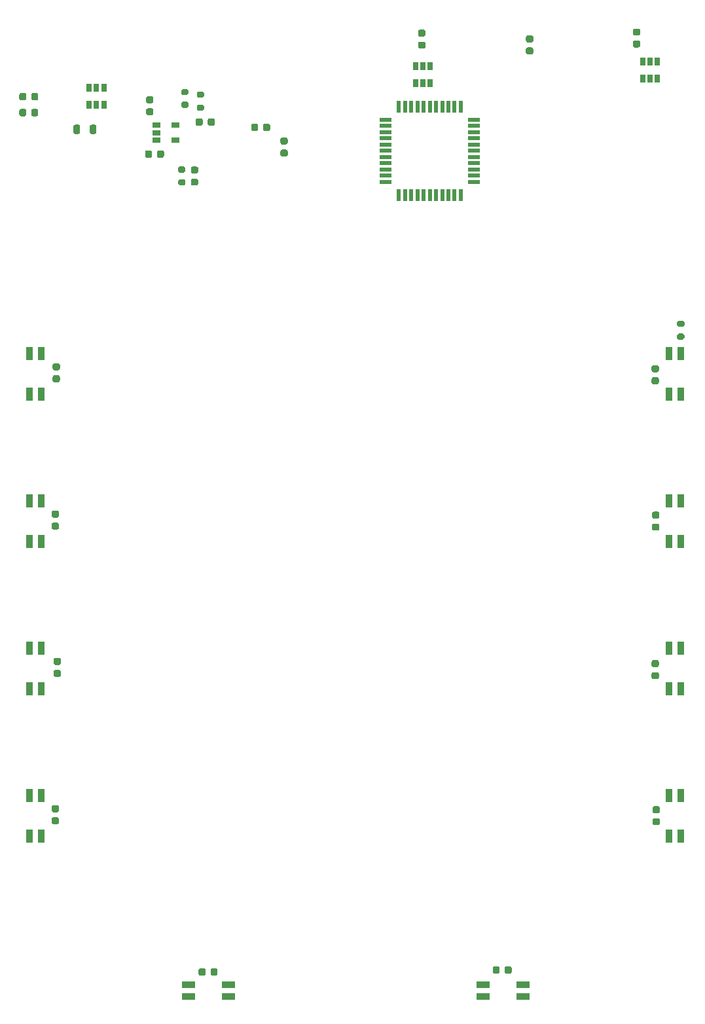
<source format=gbr>
%TF.GenerationSoftware,KiCad,Pcbnew,(5.1.8)-1*%
%TF.CreationDate,2021-08-19T19:14:59+10:00*%
%TF.ProjectId,Macropad,4d616372-6f70-4616-942e-6b696361645f,rev?*%
%TF.SameCoordinates,Original*%
%TF.FileFunction,Paste,Top*%
%TF.FilePolarity,Positive*%
%FSLAX46Y46*%
G04 Gerber Fmt 4.6, Leading zero omitted, Abs format (unit mm)*
G04 Created by KiCad (PCBNEW (5.1.8)-1) date 2021-08-19 19:14:59*
%MOMM*%
%LPD*%
G01*
G04 APERTURE LIST*
%ADD10R,0.820000X1.800000*%
%ADD11R,1.800000X0.820000*%
%ADD12R,0.650000X1.060000*%
%ADD13R,1.500000X0.550000*%
%ADD14R,0.550000X1.500000*%
%ADD15R,1.000000X0.700000*%
G04 APERTURE END LIST*
D10*
%TO.C,D50*%
X46049500Y-110169000D03*
X47549500Y-110169000D03*
X47549500Y-104969000D03*
X46049500Y-104969000D03*
%TD*%
%TO.C,D49*%
X130290000Y-162119000D03*
X128790000Y-162119000D03*
X128790000Y-167319000D03*
X130290000Y-167319000D03*
%TD*%
%TO.C,D48*%
X46049500Y-129219000D03*
X47549500Y-129219000D03*
X47549500Y-124019000D03*
X46049500Y-124019000D03*
%TD*%
%TO.C,D47*%
X130290000Y-143069000D03*
X128790000Y-143069000D03*
X128790000Y-148269000D03*
X130290000Y-148269000D03*
%TD*%
%TO.C,D42*%
X46049500Y-148269000D03*
X47549500Y-148269000D03*
X47549500Y-143069000D03*
X46049500Y-143069000D03*
%TD*%
%TO.C,D41*%
X130290000Y-124019000D03*
X128790000Y-124019000D03*
X128790000Y-129219000D03*
X130290000Y-129219000D03*
%TD*%
%TO.C,D36*%
X46049500Y-167319000D03*
X47549500Y-167319000D03*
X47549500Y-162119000D03*
X46049500Y-162119000D03*
%TD*%
%TO.C,D35*%
X130290000Y-104969000D03*
X128790000Y-104969000D03*
X128790000Y-110169000D03*
X130290000Y-110169000D03*
%TD*%
D11*
%TO.C,D30*%
X71815000Y-188075000D03*
X71815000Y-186575000D03*
X66615000Y-186575000D03*
X66615000Y-188075000D03*
%TD*%
%TO.C,D24*%
X109915000Y-188075000D03*
X109915000Y-186575000D03*
X104715000Y-186575000D03*
X104715000Y-188075000D03*
%TD*%
%TO.C,C30*%
G36*
G01*
X69121200Y-75256200D02*
X69121200Y-74756200D01*
G75*
G02*
X69346200Y-74531200I225000J0D01*
G01*
X69796200Y-74531200D01*
G75*
G02*
X70021200Y-74756200I0J-225000D01*
G01*
X70021200Y-75256200D01*
G75*
G02*
X69796200Y-75481200I-225000J0D01*
G01*
X69346200Y-75481200D01*
G75*
G02*
X69121200Y-75256200I0J225000D01*
G01*
G37*
G36*
G01*
X67571200Y-75256200D02*
X67571200Y-74756200D01*
G75*
G02*
X67796200Y-74531200I225000J0D01*
G01*
X68246200Y-74531200D01*
G75*
G02*
X68471200Y-74756200I0J-225000D01*
G01*
X68471200Y-75256200D01*
G75*
G02*
X68246200Y-75481200I-225000J0D01*
G01*
X67796200Y-75481200D01*
G75*
G02*
X67571200Y-75256200I0J225000D01*
G01*
G37*
%TD*%
%TO.C,C16*%
G36*
G01*
X62567400Y-79396400D02*
X62567400Y-78896400D01*
G75*
G02*
X62792400Y-78671400I225000J0D01*
G01*
X63242400Y-78671400D01*
G75*
G02*
X63467400Y-78896400I0J-225000D01*
G01*
X63467400Y-79396400D01*
G75*
G02*
X63242400Y-79621400I-225000J0D01*
G01*
X62792400Y-79621400D01*
G75*
G02*
X62567400Y-79396400I0J225000D01*
G01*
G37*
G36*
G01*
X61017400Y-79396400D02*
X61017400Y-78896400D01*
G75*
G02*
X61242400Y-78671400I225000J0D01*
G01*
X61692400Y-78671400D01*
G75*
G02*
X61917400Y-78896400I0J-225000D01*
G01*
X61917400Y-79396400D01*
G75*
G02*
X61692400Y-79621400I-225000J0D01*
G01*
X61242400Y-79621400D01*
G75*
G02*
X61017400Y-79396400I0J225000D01*
G01*
G37*
%TD*%
D12*
%TO.C,U8*%
X126339600Y-69383000D03*
X127289600Y-69383000D03*
X125389600Y-69383000D03*
X125389600Y-67183000D03*
X126339600Y-67183000D03*
X127289600Y-67183000D03*
%TD*%
%TO.C,U6*%
X96926400Y-67810200D03*
X95976400Y-67810200D03*
X97876400Y-67810200D03*
X97876400Y-70010200D03*
X96926400Y-70010200D03*
X95976400Y-70010200D03*
%TD*%
%TO.C,C14*%
G36*
G01*
X49153000Y-125254000D02*
X49653000Y-125254000D01*
G75*
G02*
X49878000Y-125479000I0J-225000D01*
G01*
X49878000Y-125929000D01*
G75*
G02*
X49653000Y-126154000I-225000J0D01*
G01*
X49153000Y-126154000D01*
G75*
G02*
X48928000Y-125929000I0J225000D01*
G01*
X48928000Y-125479000D01*
G75*
G02*
X49153000Y-125254000I225000J0D01*
G01*
G37*
G36*
G01*
X49153000Y-126804000D02*
X49653000Y-126804000D01*
G75*
G02*
X49878000Y-127029000I0J-225000D01*
G01*
X49878000Y-127479000D01*
G75*
G02*
X49653000Y-127704000I-225000J0D01*
G01*
X49153000Y-127704000D01*
G75*
G02*
X48928000Y-127479000I0J225000D01*
G01*
X48928000Y-127029000D01*
G75*
G02*
X49153000Y-126804000I225000J0D01*
G01*
G37*
%TD*%
%TO.C,C23*%
G36*
G01*
X49280000Y-106204000D02*
X49780000Y-106204000D01*
G75*
G02*
X50005000Y-106429000I0J-225000D01*
G01*
X50005000Y-106879000D01*
G75*
G02*
X49780000Y-107104000I-225000J0D01*
G01*
X49280000Y-107104000D01*
G75*
G02*
X49055000Y-106879000I0J225000D01*
G01*
X49055000Y-106429000D01*
G75*
G02*
X49280000Y-106204000I225000J0D01*
G01*
G37*
G36*
G01*
X49280000Y-107754000D02*
X49780000Y-107754000D01*
G75*
G02*
X50005000Y-107979000I0J-225000D01*
G01*
X50005000Y-108429000D01*
G75*
G02*
X49780000Y-108654000I-225000J0D01*
G01*
X49280000Y-108654000D01*
G75*
G02*
X49055000Y-108429000I0J225000D01*
G01*
X49055000Y-107979000D01*
G75*
G02*
X49280000Y-107754000I225000J0D01*
G01*
G37*
%TD*%
%TO.C,C39*%
G36*
G01*
X111004160Y-64706320D02*
X110504160Y-64706320D01*
G75*
G02*
X110279160Y-64481320I0J225000D01*
G01*
X110279160Y-64031320D01*
G75*
G02*
X110504160Y-63806320I225000J0D01*
G01*
X111004160Y-63806320D01*
G75*
G02*
X111229160Y-64031320I0J-225000D01*
G01*
X111229160Y-64481320D01*
G75*
G02*
X111004160Y-64706320I-225000J0D01*
G01*
G37*
G36*
G01*
X111004160Y-66256320D02*
X110504160Y-66256320D01*
G75*
G02*
X110279160Y-66031320I0J225000D01*
G01*
X110279160Y-65581320D01*
G75*
G02*
X110504160Y-65356320I225000J0D01*
G01*
X111004160Y-65356320D01*
G75*
G02*
X111229160Y-65581320I0J-225000D01*
G01*
X111229160Y-66031320D01*
G75*
G02*
X111004160Y-66256320I-225000J0D01*
G01*
G37*
%TD*%
%TO.C,C46*%
G36*
G01*
X124837000Y-63810000D02*
X124337000Y-63810000D01*
G75*
G02*
X124112000Y-63585000I0J225000D01*
G01*
X124112000Y-63135000D01*
G75*
G02*
X124337000Y-62910000I225000J0D01*
G01*
X124837000Y-62910000D01*
G75*
G02*
X125062000Y-63135000I0J-225000D01*
G01*
X125062000Y-63585000D01*
G75*
G02*
X124837000Y-63810000I-225000J0D01*
G01*
G37*
G36*
G01*
X124837000Y-65360000D02*
X124337000Y-65360000D01*
G75*
G02*
X124112000Y-65135000I0J225000D01*
G01*
X124112000Y-64685000D01*
G75*
G02*
X124337000Y-64460000I225000J0D01*
G01*
X124837000Y-64460000D01*
G75*
G02*
X125062000Y-64685000I0J-225000D01*
G01*
X125062000Y-65135000D01*
G75*
G02*
X124837000Y-65360000I-225000J0D01*
G01*
G37*
%TD*%
%TO.C,C45*%
G36*
G01*
X97054480Y-63954480D02*
X96554480Y-63954480D01*
G75*
G02*
X96329480Y-63729480I0J225000D01*
G01*
X96329480Y-63279480D01*
G75*
G02*
X96554480Y-63054480I225000J0D01*
G01*
X97054480Y-63054480D01*
G75*
G02*
X97279480Y-63279480I0J-225000D01*
G01*
X97279480Y-63729480D01*
G75*
G02*
X97054480Y-63954480I-225000J0D01*
G01*
G37*
G36*
G01*
X97054480Y-65504480D02*
X96554480Y-65504480D01*
G75*
G02*
X96329480Y-65279480I0J225000D01*
G01*
X96329480Y-64829480D01*
G75*
G02*
X96554480Y-64604480I225000J0D01*
G01*
X97054480Y-64604480D01*
G75*
G02*
X97279480Y-64829480I0J-225000D01*
G01*
X97279480Y-65279480D01*
G75*
G02*
X97054480Y-65504480I-225000J0D01*
G01*
G37*
%TD*%
%TO.C,C38*%
G36*
G01*
X76284000Y-75942000D02*
X76284000Y-75442000D01*
G75*
G02*
X76509000Y-75217000I225000J0D01*
G01*
X76959000Y-75217000D01*
G75*
G02*
X77184000Y-75442000I0J-225000D01*
G01*
X77184000Y-75942000D01*
G75*
G02*
X76959000Y-76167000I-225000J0D01*
G01*
X76509000Y-76167000D01*
G75*
G02*
X76284000Y-75942000I0J225000D01*
G01*
G37*
G36*
G01*
X74734000Y-75942000D02*
X74734000Y-75442000D01*
G75*
G02*
X74959000Y-75217000I225000J0D01*
G01*
X75409000Y-75217000D01*
G75*
G02*
X75634000Y-75442000I0J-225000D01*
G01*
X75634000Y-75942000D01*
G75*
G02*
X75409000Y-76167000I-225000J0D01*
G01*
X74959000Y-76167000D01*
G75*
G02*
X74734000Y-75942000I0J225000D01*
G01*
G37*
%TD*%
%TO.C,C37*%
G36*
G01*
X78744000Y-78557000D02*
X79244000Y-78557000D01*
G75*
G02*
X79469000Y-78782000I0J-225000D01*
G01*
X79469000Y-79232000D01*
G75*
G02*
X79244000Y-79457000I-225000J0D01*
G01*
X78744000Y-79457000D01*
G75*
G02*
X78519000Y-79232000I0J225000D01*
G01*
X78519000Y-78782000D01*
G75*
G02*
X78744000Y-78557000I225000J0D01*
G01*
G37*
G36*
G01*
X78744000Y-77007000D02*
X79244000Y-77007000D01*
G75*
G02*
X79469000Y-77232000I0J-225000D01*
G01*
X79469000Y-77682000D01*
G75*
G02*
X79244000Y-77907000I-225000J0D01*
G01*
X78744000Y-77907000D01*
G75*
G02*
X78519000Y-77682000I0J225000D01*
G01*
X78519000Y-77232000D01*
G75*
G02*
X78744000Y-77007000I225000J0D01*
G01*
G37*
%TD*%
D13*
%TO.C,U5*%
X92150960Y-74714600D03*
X92150960Y-75514600D03*
X92150960Y-76314600D03*
X92150960Y-77114600D03*
X92150960Y-77914600D03*
X92150960Y-78714600D03*
X92150960Y-79514600D03*
X92150960Y-80314600D03*
X92150960Y-81114600D03*
X92150960Y-81914600D03*
X92150960Y-82714600D03*
D14*
X93850960Y-84414600D03*
X94650960Y-84414600D03*
X95450960Y-84414600D03*
X96250960Y-84414600D03*
X97050960Y-84414600D03*
X97850960Y-84414600D03*
X98650960Y-84414600D03*
X99450960Y-84414600D03*
X100250960Y-84414600D03*
X101050960Y-84414600D03*
X101850960Y-84414600D03*
D13*
X103550960Y-82714600D03*
X103550960Y-81914600D03*
X103550960Y-81114600D03*
X103550960Y-80314600D03*
X103550960Y-79514600D03*
X103550960Y-78714600D03*
X103550960Y-77914600D03*
X103550960Y-77114600D03*
X103550960Y-76314600D03*
X103550960Y-75514600D03*
X103550960Y-74714600D03*
D14*
X101850960Y-73014600D03*
X101050960Y-73014600D03*
X100250960Y-73014600D03*
X99450960Y-73014600D03*
X98650960Y-73014600D03*
X97850960Y-73014600D03*
X97050960Y-73014600D03*
X96250960Y-73014600D03*
X95450960Y-73014600D03*
X94650960Y-73014600D03*
X93850960Y-73014600D03*
%TD*%
D12*
%TO.C,U2*%
X54737000Y-70528000D03*
X53787000Y-70528000D03*
X55687000Y-70528000D03*
X55687000Y-72728000D03*
X54737000Y-72728000D03*
X53787000Y-72728000D03*
%TD*%
%TO.C,R2*%
G36*
G01*
X65485600Y-82391300D02*
X66035600Y-82391300D01*
G75*
G02*
X66235600Y-82591300I0J-200000D01*
G01*
X66235600Y-82991300D01*
G75*
G02*
X66035600Y-83191300I-200000J0D01*
G01*
X65485600Y-83191300D01*
G75*
G02*
X65285600Y-82991300I0J200000D01*
G01*
X65285600Y-82591300D01*
G75*
G02*
X65485600Y-82391300I200000J0D01*
G01*
G37*
G36*
G01*
X65485600Y-80741300D02*
X66035600Y-80741300D01*
G75*
G02*
X66235600Y-80941300I0J-200000D01*
G01*
X66235600Y-81341300D01*
G75*
G02*
X66035600Y-81541300I-200000J0D01*
G01*
X65485600Y-81541300D01*
G75*
G02*
X65285600Y-81341300I0J200000D01*
G01*
X65285600Y-80941300D01*
G75*
G02*
X65485600Y-80741300I200000J0D01*
G01*
G37*
%TD*%
%TO.C,FB2*%
G36*
G01*
X52609100Y-75564750D02*
X52609100Y-76327250D01*
G75*
G02*
X52390350Y-76546000I-218750J0D01*
G01*
X51952850Y-76546000D01*
G75*
G02*
X51734100Y-76327250I0J218750D01*
G01*
X51734100Y-75564750D01*
G75*
G02*
X51952850Y-75346000I218750J0D01*
G01*
X52390350Y-75346000D01*
G75*
G02*
X52609100Y-75564750I0J-218750D01*
G01*
G37*
G36*
G01*
X54734100Y-75564750D02*
X54734100Y-76327250D01*
G75*
G02*
X54515350Y-76546000I-218750J0D01*
G01*
X54077850Y-76546000D01*
G75*
G02*
X53859100Y-76327250I0J218750D01*
G01*
X53859100Y-75564750D01*
G75*
G02*
X54077850Y-75346000I218750J0D01*
G01*
X54515350Y-75346000D01*
G75*
G02*
X54734100Y-75564750I0J-218750D01*
G01*
G37*
%TD*%
%TO.C,D1*%
G36*
G01*
X67667850Y-81641300D02*
X67155350Y-81641300D01*
G75*
G02*
X66936600Y-81422550I0J218750D01*
G01*
X66936600Y-80985050D01*
G75*
G02*
X67155350Y-80766300I218750J0D01*
G01*
X67667850Y-80766300D01*
G75*
G02*
X67886600Y-80985050I0J-218750D01*
G01*
X67886600Y-81422550D01*
G75*
G02*
X67667850Y-81641300I-218750J0D01*
G01*
G37*
G36*
G01*
X67667850Y-83216300D02*
X67155350Y-83216300D01*
G75*
G02*
X66936600Y-82997550I0J218750D01*
G01*
X66936600Y-82560050D01*
G75*
G02*
X67155350Y-82341300I218750J0D01*
G01*
X67667850Y-82341300D01*
G75*
G02*
X67886600Y-82560050I0J-218750D01*
G01*
X67886600Y-82997550D01*
G75*
G02*
X67667850Y-83216300I-218750J0D01*
G01*
G37*
%TD*%
%TO.C,C3*%
G36*
G01*
X61870400Y-72573000D02*
X61370400Y-72573000D01*
G75*
G02*
X61145400Y-72348000I0J225000D01*
G01*
X61145400Y-71898000D01*
G75*
G02*
X61370400Y-71673000I225000J0D01*
G01*
X61870400Y-71673000D01*
G75*
G02*
X62095400Y-71898000I0J-225000D01*
G01*
X62095400Y-72348000D01*
G75*
G02*
X61870400Y-72573000I-225000J0D01*
G01*
G37*
G36*
G01*
X61870400Y-74123000D02*
X61370400Y-74123000D01*
G75*
G02*
X61145400Y-73898000I0J225000D01*
G01*
X61145400Y-73448000D01*
G75*
G02*
X61370400Y-73223000I225000J0D01*
G01*
X61870400Y-73223000D01*
G75*
G02*
X62095400Y-73448000I0J-225000D01*
G01*
X62095400Y-73898000D01*
G75*
G02*
X61870400Y-74123000I-225000J0D01*
G01*
G37*
%TD*%
%TO.C,C2*%
G36*
G01*
X45649000Y-71466900D02*
X45649000Y-71966900D01*
G75*
G02*
X45424000Y-72191900I-225000J0D01*
G01*
X44974000Y-72191900D01*
G75*
G02*
X44749000Y-71966900I0J225000D01*
G01*
X44749000Y-71466900D01*
G75*
G02*
X44974000Y-71241900I225000J0D01*
G01*
X45424000Y-71241900D01*
G75*
G02*
X45649000Y-71466900I0J-225000D01*
G01*
G37*
G36*
G01*
X47199000Y-71466900D02*
X47199000Y-71966900D01*
G75*
G02*
X46974000Y-72191900I-225000J0D01*
G01*
X46524000Y-72191900D01*
G75*
G02*
X46299000Y-71966900I0J225000D01*
G01*
X46299000Y-71466900D01*
G75*
G02*
X46524000Y-71241900I225000J0D01*
G01*
X46974000Y-71241900D01*
G75*
G02*
X47199000Y-71466900I0J-225000D01*
G01*
G37*
%TD*%
%TO.C,C1*%
G36*
G01*
X45649300Y-73524300D02*
X45649300Y-74024300D01*
G75*
G02*
X45424300Y-74249300I-225000J0D01*
G01*
X44974300Y-74249300D01*
G75*
G02*
X44749300Y-74024300I0J225000D01*
G01*
X44749300Y-73524300D01*
G75*
G02*
X44974300Y-73299300I225000J0D01*
G01*
X45424300Y-73299300D01*
G75*
G02*
X45649300Y-73524300I0J-225000D01*
G01*
G37*
G36*
G01*
X47199300Y-73524300D02*
X47199300Y-74024300D01*
G75*
G02*
X46974300Y-74249300I-225000J0D01*
G01*
X46524300Y-74249300D01*
G75*
G02*
X46299300Y-74024300I0J225000D01*
G01*
X46299300Y-73524300D01*
G75*
G02*
X46524300Y-73299300I225000J0D01*
G01*
X46974300Y-73299300D01*
G75*
G02*
X47199300Y-73524300I0J-225000D01*
G01*
G37*
%TD*%
D15*
%TO.C,U1*%
X64922400Y-75417600D03*
X64922400Y-77317600D03*
X62522400Y-77317600D03*
X62522400Y-76367600D03*
X62522400Y-75417600D03*
%TD*%
%TO.C,R21*%
G36*
G01*
X68448600Y-71876600D02*
X67898600Y-71876600D01*
G75*
G02*
X67698600Y-71676600I0J200000D01*
G01*
X67698600Y-71276600D01*
G75*
G02*
X67898600Y-71076600I200000J0D01*
G01*
X68448600Y-71076600D01*
G75*
G02*
X68648600Y-71276600I0J-200000D01*
G01*
X68648600Y-71676600D01*
G75*
G02*
X68448600Y-71876600I-200000J0D01*
G01*
G37*
G36*
G01*
X68448600Y-73526600D02*
X67898600Y-73526600D01*
G75*
G02*
X67698600Y-73326600I0J200000D01*
G01*
X67698600Y-72926600D01*
G75*
G02*
X67898600Y-72726600I200000J0D01*
G01*
X68448600Y-72726600D01*
G75*
G02*
X68648600Y-72926600I0J-200000D01*
G01*
X68648600Y-73326600D01*
G75*
G02*
X68448600Y-73526600I-200000J0D01*
G01*
G37*
%TD*%
%TO.C,R20*%
G36*
G01*
X66442000Y-71520000D02*
X65892000Y-71520000D01*
G75*
G02*
X65692000Y-71320000I0J200000D01*
G01*
X65692000Y-70920000D01*
G75*
G02*
X65892000Y-70720000I200000J0D01*
G01*
X66442000Y-70720000D01*
G75*
G02*
X66642000Y-70920000I0J-200000D01*
G01*
X66642000Y-71320000D01*
G75*
G02*
X66442000Y-71520000I-200000J0D01*
G01*
G37*
G36*
G01*
X66442000Y-73170000D02*
X65892000Y-73170000D01*
G75*
G02*
X65692000Y-72970000I0J200000D01*
G01*
X65692000Y-72570000D01*
G75*
G02*
X65892000Y-72370000I200000J0D01*
G01*
X66442000Y-72370000D01*
G75*
G02*
X66642000Y-72570000I0J-200000D01*
G01*
X66642000Y-72970000D01*
G75*
G02*
X66442000Y-73170000I-200000J0D01*
G01*
G37*
%TD*%
%TO.C,R16*%
G36*
G01*
X130027000Y-100693000D02*
X130577000Y-100693000D01*
G75*
G02*
X130777000Y-100893000I0J-200000D01*
G01*
X130777000Y-101293000D01*
G75*
G02*
X130577000Y-101493000I-200000J0D01*
G01*
X130027000Y-101493000D01*
G75*
G02*
X129827000Y-101293000I0J200000D01*
G01*
X129827000Y-100893000D01*
G75*
G02*
X130027000Y-100693000I200000J0D01*
G01*
G37*
G36*
G01*
X130027000Y-102343000D02*
X130577000Y-102343000D01*
G75*
G02*
X130777000Y-102543000I0J-200000D01*
G01*
X130777000Y-102943000D01*
G75*
G02*
X130577000Y-103143000I-200000J0D01*
G01*
X130027000Y-103143000D01*
G75*
G02*
X129827000Y-102943000I0J200000D01*
G01*
X129827000Y-102543000D01*
G75*
G02*
X130027000Y-102343000I200000J0D01*
G01*
G37*
%TD*%
%TO.C,C31*%
G36*
G01*
X105976000Y-184908000D02*
X105976000Y-184408000D01*
G75*
G02*
X106201000Y-184183000I225000J0D01*
G01*
X106651000Y-184183000D01*
G75*
G02*
X106876000Y-184408000I0J-225000D01*
G01*
X106876000Y-184908000D01*
G75*
G02*
X106651000Y-185133000I-225000J0D01*
G01*
X106201000Y-185133000D01*
G75*
G02*
X105976000Y-184908000I0J225000D01*
G01*
G37*
G36*
G01*
X107526000Y-184908000D02*
X107526000Y-184408000D01*
G75*
G02*
X107751000Y-184183000I225000J0D01*
G01*
X108201000Y-184183000D01*
G75*
G02*
X108426000Y-184408000I0J-225000D01*
G01*
X108426000Y-184908000D01*
G75*
G02*
X108201000Y-185133000I-225000J0D01*
G01*
X107751000Y-185133000D01*
G75*
G02*
X107526000Y-184908000I0J225000D01*
G01*
G37*
%TD*%
%TO.C,C28*%
G36*
G01*
X127313500Y-126281000D02*
X126813500Y-126281000D01*
G75*
G02*
X126588500Y-126056000I0J225000D01*
G01*
X126588500Y-125606000D01*
G75*
G02*
X126813500Y-125381000I225000J0D01*
G01*
X127313500Y-125381000D01*
G75*
G02*
X127538500Y-125606000I0J-225000D01*
G01*
X127538500Y-126056000D01*
G75*
G02*
X127313500Y-126281000I-225000J0D01*
G01*
G37*
G36*
G01*
X127313500Y-127831000D02*
X126813500Y-127831000D01*
G75*
G02*
X126588500Y-127606000I0J225000D01*
G01*
X126588500Y-127156000D01*
G75*
G02*
X126813500Y-126931000I225000J0D01*
G01*
X127313500Y-126931000D01*
G75*
G02*
X127538500Y-127156000I0J-225000D01*
G01*
X127538500Y-127606000D01*
G75*
G02*
X127313500Y-127831000I-225000J0D01*
G01*
G37*
%TD*%
%TO.C,C25*%
G36*
G01*
X49407000Y-144304000D02*
X49907000Y-144304000D01*
G75*
G02*
X50132000Y-144529000I0J-225000D01*
G01*
X50132000Y-144979000D01*
G75*
G02*
X49907000Y-145204000I-225000J0D01*
G01*
X49407000Y-145204000D01*
G75*
G02*
X49182000Y-144979000I0J225000D01*
G01*
X49182000Y-144529000D01*
G75*
G02*
X49407000Y-144304000I225000J0D01*
G01*
G37*
G36*
G01*
X49407000Y-145854000D02*
X49907000Y-145854000D01*
G75*
G02*
X50132000Y-146079000I0J-225000D01*
G01*
X50132000Y-146529000D01*
G75*
G02*
X49907000Y-146754000I-225000J0D01*
G01*
X49407000Y-146754000D01*
G75*
G02*
X49182000Y-146529000I0J225000D01*
G01*
X49182000Y-146079000D01*
G75*
G02*
X49407000Y-145854000I225000J0D01*
G01*
G37*
%TD*%
%TO.C,C21*%
G36*
G01*
X127377000Y-165931000D02*
X126877000Y-165931000D01*
G75*
G02*
X126652000Y-165706000I0J225000D01*
G01*
X126652000Y-165256000D01*
G75*
G02*
X126877000Y-165031000I225000J0D01*
G01*
X127377000Y-165031000D01*
G75*
G02*
X127602000Y-165256000I0J-225000D01*
G01*
X127602000Y-165706000D01*
G75*
G02*
X127377000Y-165931000I-225000J0D01*
G01*
G37*
G36*
G01*
X127377000Y-164381000D02*
X126877000Y-164381000D01*
G75*
G02*
X126652000Y-164156000I0J225000D01*
G01*
X126652000Y-163706000D01*
G75*
G02*
X126877000Y-163481000I225000J0D01*
G01*
X127377000Y-163481000D01*
G75*
G02*
X127602000Y-163706000I0J-225000D01*
G01*
X127602000Y-164156000D01*
G75*
G02*
X127377000Y-164381000I-225000J0D01*
G01*
G37*
%TD*%
%TO.C,C18*%
G36*
G01*
X127250000Y-147034000D02*
X126750000Y-147034000D01*
G75*
G02*
X126525000Y-146809000I0J225000D01*
G01*
X126525000Y-146359000D01*
G75*
G02*
X126750000Y-146134000I225000J0D01*
G01*
X127250000Y-146134000D01*
G75*
G02*
X127475000Y-146359000I0J-225000D01*
G01*
X127475000Y-146809000D01*
G75*
G02*
X127250000Y-147034000I-225000J0D01*
G01*
G37*
G36*
G01*
X127250000Y-145484000D02*
X126750000Y-145484000D01*
G75*
G02*
X126525000Y-145259000I0J225000D01*
G01*
X126525000Y-144809000D01*
G75*
G02*
X126750000Y-144584000I225000J0D01*
G01*
X127250000Y-144584000D01*
G75*
G02*
X127475000Y-144809000I0J-225000D01*
G01*
X127475000Y-145259000D01*
G75*
G02*
X127250000Y-145484000I-225000J0D01*
G01*
G37*
%TD*%
%TO.C,C12*%
G36*
G01*
X67939500Y-185162000D02*
X67939500Y-184662000D01*
G75*
G02*
X68164500Y-184437000I225000J0D01*
G01*
X68614500Y-184437000D01*
G75*
G02*
X68839500Y-184662000I0J-225000D01*
G01*
X68839500Y-185162000D01*
G75*
G02*
X68614500Y-185387000I-225000J0D01*
G01*
X68164500Y-185387000D01*
G75*
G02*
X67939500Y-185162000I0J225000D01*
G01*
G37*
G36*
G01*
X69489500Y-185162000D02*
X69489500Y-184662000D01*
G75*
G02*
X69714500Y-184437000I225000J0D01*
G01*
X70164500Y-184437000D01*
G75*
G02*
X70389500Y-184662000I0J-225000D01*
G01*
X70389500Y-185162000D01*
G75*
G02*
X70164500Y-185387000I-225000J0D01*
G01*
X69714500Y-185387000D01*
G75*
G02*
X69489500Y-185162000I0J225000D01*
G01*
G37*
%TD*%
%TO.C,C8*%
G36*
G01*
X49153000Y-163354000D02*
X49653000Y-163354000D01*
G75*
G02*
X49878000Y-163579000I0J-225000D01*
G01*
X49878000Y-164029000D01*
G75*
G02*
X49653000Y-164254000I-225000J0D01*
G01*
X49153000Y-164254000D01*
G75*
G02*
X48928000Y-164029000I0J225000D01*
G01*
X48928000Y-163579000D01*
G75*
G02*
X49153000Y-163354000I225000J0D01*
G01*
G37*
G36*
G01*
X49153000Y-164904000D02*
X49653000Y-164904000D01*
G75*
G02*
X49878000Y-165129000I0J-225000D01*
G01*
X49878000Y-165579000D01*
G75*
G02*
X49653000Y-165804000I-225000J0D01*
G01*
X49153000Y-165804000D01*
G75*
G02*
X48928000Y-165579000I0J225000D01*
G01*
X48928000Y-165129000D01*
G75*
G02*
X49153000Y-164904000I225000J0D01*
G01*
G37*
%TD*%
%TO.C,C4*%
G36*
G01*
X127250000Y-107358000D02*
X126750000Y-107358000D01*
G75*
G02*
X126525000Y-107133000I0J225000D01*
G01*
X126525000Y-106683000D01*
G75*
G02*
X126750000Y-106458000I225000J0D01*
G01*
X127250000Y-106458000D01*
G75*
G02*
X127475000Y-106683000I0J-225000D01*
G01*
X127475000Y-107133000D01*
G75*
G02*
X127250000Y-107358000I-225000J0D01*
G01*
G37*
G36*
G01*
X127250000Y-108908000D02*
X126750000Y-108908000D01*
G75*
G02*
X126525000Y-108683000I0J225000D01*
G01*
X126525000Y-108233000D01*
G75*
G02*
X126750000Y-108008000I225000J0D01*
G01*
X127250000Y-108008000D01*
G75*
G02*
X127475000Y-108233000I0J-225000D01*
G01*
X127475000Y-108683000D01*
G75*
G02*
X127250000Y-108908000I-225000J0D01*
G01*
G37*
%TD*%
M02*

</source>
